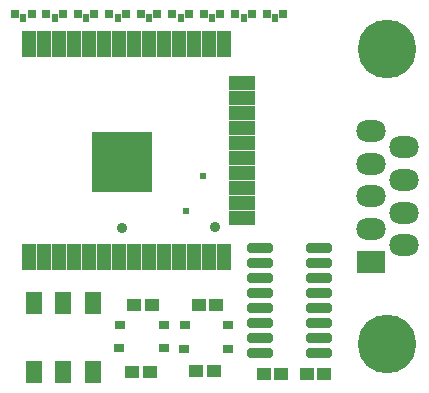
<source format=gts>
G04*
G04 #@! TF.GenerationSoftware,Altium Limited,Altium Designer,21.9.2 (33)*
G04*
G04 Layer_Color=8388736*
%FSLAX25Y25*%
%MOIN*%
G70*
G04*
G04 #@! TF.SameCoordinates,353233E6-1857-4CDD-983F-46C35F824410*
G04*
G04*
G04 #@! TF.FilePolarity,Negative*
G04*
G01*
G75*
%ADD28R,0.04537X0.04340*%
%ADD29R,0.08674X0.04737*%
%ADD30R,0.20485X0.20485*%
%ADD31R,0.04737X0.08674*%
%ADD32R,0.03162X0.03162*%
%ADD33R,0.02375X0.02769*%
%ADD34R,0.05524X0.07493*%
G04:AMPARAMS|DCode=35|XSize=29.65mil|YSize=35.56mil|CornerRadius=9.41mil|HoleSize=0mil|Usage=FLASHONLY|Rotation=90.000|XOffset=0mil|YOffset=0mil|HoleType=Round|Shape=RoundedRectangle|*
%AMROUNDEDRECTD35*
21,1,0.02965,0.01673,0,0,90.0*
21,1,0.01083,0.03556,0,0,90.0*
1,1,0.01883,0.00837,0.00541*
1,1,0.01883,0.00837,-0.00541*
1,1,0.01883,-0.00837,-0.00541*
1,1,0.01883,-0.00837,0.00541*
%
%ADD35ROUNDEDRECTD35*%
G04:AMPARAMS|DCode=36|XSize=85.56mil|YSize=31.62mil|CornerRadius=6.95mil|HoleSize=0mil|Usage=FLASHONLY|Rotation=180.000|XOffset=0mil|YOffset=0mil|HoleType=Round|Shape=RoundedRectangle|*
%AMROUNDEDRECTD36*
21,1,0.08556,0.01772,0,0,180.0*
21,1,0.07165,0.03162,0,0,180.0*
1,1,0.01391,-0.03583,0.00886*
1,1,0.01391,0.03583,0.00886*
1,1,0.01391,0.03583,-0.00886*
1,1,0.01391,-0.03583,-0.00886*
%
%ADD36ROUNDEDRECTD36*%
%ADD37O,0.09800X0.07300*%
%ADD38C,0.19540*%
%ADD39R,0.09800X0.07300*%
%ADD40C,0.03556*%
%ADD41C,0.02375*%
D28*
X26147Y29000D02*
D03*
X32053D02*
D03*
X27047Y51000D02*
D03*
X32953D02*
D03*
X4847Y28800D02*
D03*
X10753D02*
D03*
X5547Y51100D02*
D03*
X11453D02*
D03*
X63047Y28200D02*
D03*
X68953D02*
D03*
X54653Y28000D02*
D03*
X48747D02*
D03*
D29*
X41505Y125133D02*
D03*
Y80133D02*
D03*
Y85133D02*
D03*
Y90133D02*
D03*
Y95133D02*
D03*
Y100133D02*
D03*
Y105133D02*
D03*
Y110133D02*
D03*
Y115133D02*
D03*
Y120133D02*
D03*
D30*
X1400Y98600D02*
D03*
D31*
X-29400Y138066D02*
D03*
X-24400D02*
D03*
X-19400D02*
D03*
X-14400D02*
D03*
X-9400D02*
D03*
X-4400D02*
D03*
X600D02*
D03*
X5600D02*
D03*
X10600D02*
D03*
X15600D02*
D03*
X20600D02*
D03*
X25600D02*
D03*
X30600D02*
D03*
X35600D02*
D03*
X10600Y67200D02*
D03*
X15600D02*
D03*
X20600D02*
D03*
X25600D02*
D03*
X30600D02*
D03*
X35600D02*
D03*
X-4400D02*
D03*
X600D02*
D03*
X5600D02*
D03*
X-9400D02*
D03*
X-24400D02*
D03*
X-29400D02*
D03*
X-14400D02*
D03*
X-19400D02*
D03*
D32*
X39346Y148000D02*
D03*
X44858D02*
D03*
X28849D02*
D03*
X34361D02*
D03*
X18351D02*
D03*
X23863D02*
D03*
X7853D02*
D03*
X13365D02*
D03*
X-2644D02*
D03*
X2868D02*
D03*
X-13142D02*
D03*
X-7630D02*
D03*
X-23639D02*
D03*
X-18128D02*
D03*
X-34137D02*
D03*
X-28625D02*
D03*
X49844D02*
D03*
X55356D02*
D03*
D33*
X42102Y146819D02*
D03*
X31605D02*
D03*
X21107D02*
D03*
X10609D02*
D03*
X112D02*
D03*
X-10386D02*
D03*
X-20884D02*
D03*
X-31381D02*
D03*
X52600D02*
D03*
D34*
X-27942Y28586D02*
D03*
X-18100D02*
D03*
X-8258D02*
D03*
X-27942Y51814D02*
D03*
X-18100D02*
D03*
X-8258D02*
D03*
D35*
X15382Y36563D02*
D03*
Y44437D02*
D03*
X815D02*
D03*
X618Y36563D02*
D03*
X36992Y36363D02*
D03*
Y44237D02*
D03*
X22425D02*
D03*
X22228Y36363D02*
D03*
D36*
X47656Y35100D02*
D03*
Y40100D02*
D03*
Y45100D02*
D03*
Y50100D02*
D03*
Y55100D02*
D03*
Y60100D02*
D03*
Y65100D02*
D03*
Y70100D02*
D03*
X67144D02*
D03*
Y65100D02*
D03*
Y60100D02*
D03*
Y55100D02*
D03*
Y50100D02*
D03*
Y45100D02*
D03*
Y40100D02*
D03*
Y35100D02*
D03*
D37*
X95600Y81805D02*
D03*
Y103617D02*
D03*
X84419Y98164D02*
D03*
X95600Y92711D02*
D03*
X84419Y87258D02*
D03*
Y76353D02*
D03*
X95600Y70900D02*
D03*
X84419Y109069D02*
D03*
D38*
X90009Y38065D02*
D03*
Y136451D02*
D03*
D39*
X84419Y65447D02*
D03*
D40*
X1500Y76800D02*
D03*
X32600Y77100D02*
D03*
D41*
X28700Y93900D02*
D03*
X22800Y82500D02*
D03*
M02*

</source>
